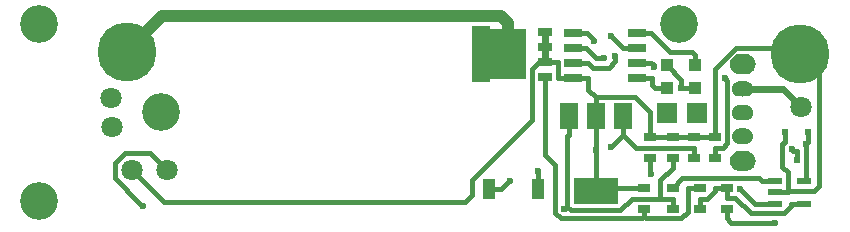
<source format=gbr>
G04 #@! TF.GenerationSoftware,KiCad,Pcbnew,5.1.0-unknown-9e240db~82~ubuntu18.04.1*
G04 #@! TF.CreationDate,2019-04-04T23:04:56+02:00*
G04 #@! TF.ProjectId,Voltrove MIC1557 PWM,566f6c74-726f-4766-9520-4d4943313535,rev?*
G04 #@! TF.SameCoordinates,Original*
G04 #@! TF.FileFunction,Copper,L2,Bot*
G04 #@! TF.FilePolarity,Positive*
%FSLAX46Y46*%
G04 Gerber Fmt 4.6, Leading zero omitted, Abs format (unit mm)*
G04 Created by KiCad (PCBNEW 5.1.0-unknown-9e240db~82~ubuntu18.04.1) date 2019-04-04 23:04:56*
%MOMM*%
%LPD*%
G04 APERTURE LIST*
%ADD10C,0.100000*%
%ADD11R,1.800000X1.800000*%
%ADD12C,1.300000*%
%ADD13C,1.700000*%
%ADD14C,3.200000*%
%ADD15R,1.000000X0.670000*%
%ADD16R,1.000000X1.000000*%
%ADD17R,1.120000X1.720000*%
%ADD18R,1.525000X0.650000*%
%ADD19R,1.500000X2.200000*%
%ADD20R,3.800000X2.200000*%
%ADD21C,5.000000*%
%ADD22R,0.620000X0.575000*%
%ADD23R,1.150000X0.700000*%
%ADD24R,3.100000X4.200000*%
%ADD25R,1.500000X4.700000*%
%ADD26R,1.200000X0.600000*%
%ADD27C,1.800000*%
%ADD28C,0.600000*%
%ADD29C,0.400000*%
%ADD30C,0.600000*%
%ADD31C,1.000000*%
G04 APERTURE END LIST*
D10*
G36*
X176980000Y-98789000D02*
G01*
X177082000Y-98781000D01*
X177181000Y-98757000D01*
X177275000Y-98718000D01*
X177361000Y-98665000D01*
X177439000Y-98599000D01*
X177505000Y-98521000D01*
X177558000Y-98435000D01*
X177597000Y-98341000D01*
X177621000Y-98242000D01*
X177629000Y-98140000D01*
X177621000Y-98038000D01*
X177597000Y-97939000D01*
X177558000Y-97845000D01*
X177505000Y-97759000D01*
X177439000Y-97681000D01*
X177361000Y-97615000D01*
X177275000Y-97562000D01*
X177181000Y-97523000D01*
X177082000Y-97499000D01*
X176980000Y-97491000D01*
X176480000Y-97491000D01*
X176378000Y-97499000D01*
X176279000Y-97523000D01*
X176185000Y-97562000D01*
X176099000Y-97615000D01*
X176021000Y-97681000D01*
X175955000Y-97759000D01*
X175902000Y-97845000D01*
X175863000Y-97939000D01*
X175839000Y-98038000D01*
X175831000Y-98140000D01*
X175839000Y-98242000D01*
X175863000Y-98341000D01*
X175902000Y-98435000D01*
X175955000Y-98521000D01*
X176021000Y-98599000D01*
X176099000Y-98665000D01*
X176185000Y-98718000D01*
X176279000Y-98757000D01*
X176378000Y-98781000D01*
X176480000Y-98789000D01*
X176980000Y-98789000D01*
G37*
G36*
X176980000Y-100789000D02*
G01*
X177082000Y-100781000D01*
X177181000Y-100757000D01*
X177275000Y-100718000D01*
X177361000Y-100665000D01*
X177439000Y-100599000D01*
X177505000Y-100521000D01*
X177558000Y-100435000D01*
X177597000Y-100341000D01*
X177621000Y-100242000D01*
X177629000Y-100140000D01*
X177621000Y-100038000D01*
X177597000Y-99939000D01*
X177558000Y-99845000D01*
X177505000Y-99759000D01*
X177439000Y-99681000D01*
X177361000Y-99615000D01*
X177275000Y-99562000D01*
X177181000Y-99523000D01*
X177082000Y-99499000D01*
X176980000Y-99491000D01*
X176480000Y-99491000D01*
X176378000Y-99499000D01*
X176279000Y-99523000D01*
X176185000Y-99562000D01*
X176099000Y-99615000D01*
X176021000Y-99681000D01*
X175955000Y-99759000D01*
X175902000Y-99845000D01*
X175863000Y-99939000D01*
X175839000Y-100038000D01*
X175831000Y-100140000D01*
X175839000Y-100242000D01*
X175863000Y-100341000D01*
X175902000Y-100435000D01*
X175955000Y-100521000D01*
X176021000Y-100599000D01*
X176099000Y-100665000D01*
X176185000Y-100718000D01*
X176279000Y-100757000D01*
X176378000Y-100781000D01*
X176480000Y-100789000D01*
X176980000Y-100789000D01*
G37*
G36*
X176980000Y-102789000D02*
G01*
X177082000Y-102781000D01*
X177181000Y-102757000D01*
X177275000Y-102718000D01*
X177361000Y-102665000D01*
X177439000Y-102599000D01*
X177505000Y-102521000D01*
X177558000Y-102435000D01*
X177597000Y-102341000D01*
X177621000Y-102242000D01*
X177629000Y-102140000D01*
X177621000Y-102038000D01*
X177597000Y-101939000D01*
X177558000Y-101845000D01*
X177505000Y-101759000D01*
X177439000Y-101681000D01*
X177361000Y-101615000D01*
X177275000Y-101562000D01*
X177181000Y-101523000D01*
X177082000Y-101499000D01*
X176980000Y-101491000D01*
X176480000Y-101491000D01*
X176378000Y-101499000D01*
X176279000Y-101523000D01*
X176185000Y-101562000D01*
X176099000Y-101615000D01*
X176021000Y-101681000D01*
X175955000Y-101759000D01*
X175902000Y-101845000D01*
X175863000Y-101939000D01*
X175839000Y-102038000D01*
X175831000Y-102140000D01*
X175839000Y-102242000D01*
X175863000Y-102341000D01*
X175902000Y-102435000D01*
X175955000Y-102521000D01*
X176021000Y-102599000D01*
X176099000Y-102665000D01*
X176185000Y-102718000D01*
X176279000Y-102757000D01*
X176378000Y-102781000D01*
X176480000Y-102789000D01*
X176980000Y-102789000D01*
G37*
G36*
X176980000Y-96889000D02*
G01*
X177113000Y-96879000D01*
X177242000Y-96847000D01*
X177365000Y-96796000D01*
X177479000Y-96727000D01*
X177580000Y-96640000D01*
X177667000Y-96539000D01*
X177736000Y-96425000D01*
X177787000Y-96302000D01*
X177819000Y-96173000D01*
X177829000Y-96040000D01*
X177819000Y-95907000D01*
X177787000Y-95778000D01*
X177736000Y-95655000D01*
X177667000Y-95541000D01*
X177580000Y-95440000D01*
X177479000Y-95353000D01*
X177365000Y-95284000D01*
X177242000Y-95233000D01*
X177113000Y-95201000D01*
X176980000Y-95191000D01*
X176480000Y-95191000D01*
X176347000Y-95201000D01*
X176218000Y-95233000D01*
X176095000Y-95284000D01*
X175981000Y-95353000D01*
X175880000Y-95440000D01*
X175793000Y-95541000D01*
X175724000Y-95655000D01*
X175673000Y-95778000D01*
X175641000Y-95907000D01*
X175631000Y-96040000D01*
X175641000Y-96173000D01*
X175673000Y-96302000D01*
X175724000Y-96425000D01*
X175793000Y-96539000D01*
X175880000Y-96640000D01*
X175981000Y-96727000D01*
X176095000Y-96796000D01*
X176218000Y-96847000D01*
X176347000Y-96879000D01*
X176480000Y-96889000D01*
X176980000Y-96889000D01*
G37*
G36*
X176980000Y-105089000D02*
G01*
X177113000Y-105079000D01*
X177242000Y-105047000D01*
X177365000Y-104996000D01*
X177479000Y-104927000D01*
X177580000Y-104840000D01*
X177667000Y-104739000D01*
X177736000Y-104625000D01*
X177787000Y-104502000D01*
X177819000Y-104373000D01*
X177829000Y-104240000D01*
X177819000Y-104107000D01*
X177787000Y-103978000D01*
X177736000Y-103855000D01*
X177667000Y-103741000D01*
X177580000Y-103640000D01*
X177479000Y-103553000D01*
X177365000Y-103484000D01*
X177242000Y-103433000D01*
X177113000Y-103401000D01*
X176980000Y-103391000D01*
X176480000Y-103391000D01*
X176347000Y-103401000D01*
X176218000Y-103433000D01*
X176095000Y-103484000D01*
X175981000Y-103553000D01*
X175880000Y-103640000D01*
X175793000Y-103741000D01*
X175724000Y-103855000D01*
X175673000Y-103978000D01*
X175641000Y-104107000D01*
X175631000Y-104240000D01*
X175641000Y-104373000D01*
X175673000Y-104502000D01*
X175724000Y-104625000D01*
X175793000Y-104739000D01*
X175880000Y-104840000D01*
X175981000Y-104927000D01*
X176095000Y-104996000D01*
X176218000Y-105047000D01*
X176347000Y-105079000D01*
X176480000Y-105089000D01*
X176980000Y-105089000D01*
G37*
D11*
X170340000Y-100144000D03*
X172880000Y-100144000D03*
D12*
X176730000Y-98140000D03*
X176730000Y-100140000D03*
X176730000Y-102140000D03*
D13*
X176730000Y-96040000D03*
X176730000Y-104240000D03*
D14*
X127515000Y-100115000D03*
X171309000Y-92643600D03*
X117169000Y-107644000D03*
X117169000Y-92643600D03*
D15*
X168900000Y-103975000D03*
X168900000Y-102225000D03*
X170800000Y-103975000D03*
X170800000Y-102225000D03*
X172600000Y-102225000D03*
X172600000Y-103975000D03*
X174400000Y-102225000D03*
X174400000Y-103975000D03*
D16*
X170300000Y-98050000D03*
X170300000Y-96150000D03*
X172700000Y-96150000D03*
X172700000Y-98050000D03*
D17*
X155225000Y-106600000D03*
X159375000Y-106600000D03*
D18*
X167812000Y-93395000D03*
X167812000Y-94665000D03*
X167812000Y-95935000D03*
X167812000Y-97205000D03*
X162388000Y-97205000D03*
X162388000Y-95935000D03*
X162388000Y-94665000D03*
X162388000Y-93395000D03*
D19*
X166600000Y-100450000D03*
X164300000Y-100450000D03*
X162000000Y-100450000D03*
D20*
X164300000Y-106750000D03*
D21*
X181600000Y-95200000D03*
X124600000Y-95000000D03*
D22*
X180350000Y-101812000D03*
X182250000Y-101812000D03*
X181300000Y-104188000D03*
D23*
X160025000Y-93295000D03*
X160025000Y-94565000D03*
X160025000Y-95835000D03*
X160025000Y-97105000D03*
D24*
X156850000Y-95200000D03*
D25*
X154550000Y-95200000D03*
D15*
X168400000Y-108275000D03*
X168400000Y-106525000D03*
X170800000Y-106525000D03*
X170800000Y-108275000D03*
X173100000Y-108275000D03*
X173100000Y-106525000D03*
X175400000Y-106525000D03*
X175400000Y-108275000D03*
D26*
X179450000Y-107850000D03*
X179450000Y-106900000D03*
X179450000Y-105950000D03*
X181950000Y-105950000D03*
X181950000Y-107850000D03*
D27*
X181700000Y-99700000D03*
X123300000Y-101400000D03*
X123280000Y-98910000D03*
X125000000Y-105000000D03*
X128000000Y-105000000D03*
D28*
X165034600Y-95500900D03*
X171500000Y-98079400D03*
X176531500Y-106639200D03*
X168968400Y-105317100D03*
X164300000Y-103301500D03*
X165597800Y-93632200D03*
X182110400Y-102851000D03*
X161643800Y-108298300D03*
X125934306Y-108065692D03*
X180905500Y-103272400D03*
X159375000Y-105081200D03*
X165585000Y-103029500D03*
X164129091Y-94119291D03*
X179481400Y-109492200D03*
X165960300Y-95349700D03*
X157040500Y-105915300D03*
X169187300Y-96333800D03*
X175223000Y-97258000D03*
D29*
X165034600Y-95500900D02*
X164326696Y-95500900D01*
X164326696Y-95500900D02*
X163490796Y-94665000D01*
X163490796Y-94665000D02*
X162388000Y-94665000D01*
X179450000Y-107850000D02*
X177742300Y-107850000D01*
X177742300Y-107850000D02*
X176531500Y-106639200D01*
X171500000Y-98079400D02*
X171500000Y-97350000D01*
X171500000Y-97350000D02*
X170300000Y-96150000D01*
X171500000Y-98079400D02*
X171670300Y-98079400D01*
X171670300Y-98079400D02*
X171699700Y-98050000D01*
X172700000Y-98050000D02*
X171699700Y-98050000D01*
X168900000Y-103975000D02*
X168900000Y-105248700D01*
X168900000Y-105248700D02*
X168968400Y-105317100D01*
X170800000Y-102225000D02*
X169799700Y-102225000D01*
X164300000Y-98849700D02*
X167649200Y-98849700D01*
X167649200Y-98849700D02*
X168900000Y-100100500D01*
X168900000Y-100100500D02*
X168900000Y-102225000D01*
X164300000Y-100450000D02*
X164300000Y-103301500D01*
X164300000Y-106525000D02*
X164300000Y-103301500D01*
X159487400Y-95835000D02*
X158900400Y-96422000D01*
X158900400Y-96422000D02*
X158900400Y-100774200D01*
X158900400Y-100774200D02*
X153831500Y-105843100D01*
X153831500Y-105843100D02*
X153831500Y-107101300D01*
X153831500Y-107101300D02*
X153208900Y-107723900D01*
X153208900Y-107723900D02*
X127723900Y-107723900D01*
X127723900Y-107723900D02*
X125000000Y-105000000D01*
X180550300Y-106751400D02*
X180550300Y-105203500D01*
X180550300Y-105203500D02*
X180105200Y-104758400D01*
X180105200Y-104758400D02*
X180105200Y-102844600D01*
X180105200Y-102844600D02*
X180350000Y-102599800D01*
X164300000Y-106525000D02*
X164300000Y-106750000D01*
X164300000Y-106525000D02*
X167399700Y-106525000D01*
X168400000Y-106525000D02*
X167399700Y-106525000D01*
X160025000Y-95835000D02*
X159487400Y-95835000D01*
X164300000Y-99024800D02*
X164300000Y-98849700D01*
X164300000Y-100450000D02*
X164300000Y-99024800D01*
X162388000Y-97205000D02*
X161125200Y-97205000D01*
X160025000Y-95835000D02*
X161100300Y-95835000D01*
X161100300Y-95835000D02*
X161100300Y-97180100D01*
X161100300Y-97180100D02*
X161125200Y-97205000D01*
X180550300Y-106751400D02*
X180550300Y-106900000D01*
X180550300Y-106751400D02*
X182786900Y-106751400D01*
X182786900Y-106751400D02*
X183184400Y-106353900D01*
X183184400Y-106353900D02*
X183184400Y-96784400D01*
X183184400Y-96784400D02*
X181600000Y-95200000D01*
X179450000Y-106900000D02*
X180550300Y-106900000D01*
X174400000Y-102225000D02*
X173600300Y-102225000D01*
X172600000Y-102225000D02*
X173600300Y-102225000D01*
X181062500Y-94662500D02*
X181600000Y-95200000D01*
X172600000Y-102225000D02*
X170800000Y-102225000D01*
X162388000Y-97205000D02*
X163650800Y-97205000D01*
X163650800Y-97205000D02*
X163650800Y-98200500D01*
X163650800Y-98200500D02*
X164300000Y-98849700D01*
X180350000Y-101812000D02*
X180350000Y-102599800D01*
X160025000Y-93295000D02*
X159705000Y-93295000D01*
D30*
X160025000Y-93295000D02*
X160025000Y-95835000D01*
D29*
X168900000Y-102225000D02*
X169799700Y-102225000D01*
X176197700Y-94662500D02*
X181062500Y-94662500D01*
X174400000Y-102225000D02*
X174400000Y-96460200D01*
X174400000Y-96460200D02*
X176197700Y-94662500D01*
X166630600Y-94665000D02*
X165597800Y-93632200D01*
X167812000Y-94665000D02*
X166630600Y-94665000D01*
D31*
X156850000Y-95200000D02*
X156850000Y-92599700D01*
X156850000Y-92599700D02*
X156586500Y-92336200D01*
X127263800Y-92336200D02*
X124600000Y-95000000D01*
X127600000Y-92000000D02*
X127263800Y-92336200D01*
X156586500Y-92336200D02*
X156250300Y-92000000D01*
X156250300Y-92000000D02*
X127600000Y-92000000D01*
D29*
X168400000Y-108935100D02*
X168577600Y-109112700D01*
X168577600Y-109112700D02*
X171520000Y-109112700D01*
X171520000Y-109112700D02*
X172099700Y-108533000D01*
X172099700Y-108533000D02*
X172099700Y-106525000D01*
X173100000Y-106525000D02*
X172099700Y-106525000D01*
X160025000Y-97105000D02*
X160025000Y-103769300D01*
X160025000Y-103769300D02*
X160843500Y-104587800D01*
X160843500Y-104587800D02*
X160843500Y-108629700D01*
X160843500Y-108629700D02*
X161324000Y-109110200D01*
X161324000Y-109110200D02*
X168224900Y-109110200D01*
X168224900Y-109110200D02*
X168400000Y-108935100D01*
X168400000Y-108275000D02*
X168400000Y-108935100D01*
D30*
X181700000Y-99700000D02*
X180140000Y-98140000D01*
X180140000Y-98140000D02*
X176730000Y-98140000D01*
D29*
X182250000Y-101812000D02*
X182250000Y-102599800D01*
X182110400Y-102851000D02*
X182110400Y-105789600D01*
X182110400Y-105789600D02*
X181950000Y-105950000D01*
X182250000Y-102599800D02*
X182110400Y-102739400D01*
X182110400Y-102739400D02*
X182110400Y-102851000D01*
X169768800Y-107439700D02*
X169768800Y-105841500D01*
X169768800Y-105841500D02*
X170800000Y-104810300D01*
X161889900Y-108128500D02*
X161889900Y-102160400D01*
X161889900Y-102160400D02*
X162000000Y-102050300D01*
X169768800Y-107439700D02*
X167360500Y-107439700D01*
X167360500Y-107439700D02*
X166390400Y-108409800D01*
X166390400Y-108409800D02*
X162171200Y-108409800D01*
X162171200Y-108409800D02*
X161889900Y-108128500D01*
X161643800Y-108298300D02*
X161720100Y-108298300D01*
X161720100Y-108298300D02*
X161889900Y-108128500D01*
X169768800Y-107439700D02*
X170800000Y-107439700D01*
X170800000Y-103975000D02*
X170800000Y-104810300D01*
X170800000Y-108275000D02*
X170800000Y-107439700D01*
X162000000Y-100450000D02*
X162000000Y-102050300D01*
X125634307Y-107765693D02*
X125934306Y-108065692D01*
X128000000Y-105000000D02*
X126570000Y-103570000D01*
X123577000Y-104398200D02*
X123577000Y-105708386D01*
X124405200Y-103570000D02*
X123577000Y-104398200D01*
X123577000Y-105708386D02*
X125634307Y-107765693D01*
X126570000Y-103570000D02*
X124405200Y-103570000D01*
X181300000Y-103400200D02*
X181033300Y-103400200D01*
X181033300Y-103400200D02*
X180905500Y-103272400D01*
X181300000Y-104188000D02*
X181300000Y-103400200D01*
X179450000Y-105950000D02*
X178349700Y-105950000D01*
X178349700Y-105950000D02*
X178089300Y-105689600D01*
X178089300Y-105689600D02*
X171635400Y-105689600D01*
X171635400Y-105689600D02*
X170800000Y-106525000D01*
X159375000Y-106600000D02*
X159375000Y-105081200D01*
X165585000Y-103029500D02*
X165620800Y-103029500D01*
X165620800Y-103029500D02*
X166600000Y-102050300D01*
X172600000Y-103975000D02*
X172600000Y-103139700D01*
X166600000Y-100450000D02*
X166600000Y-102050300D01*
X166600000Y-102050300D02*
X167689400Y-103139700D01*
X167689400Y-103139700D02*
X172600000Y-103139700D01*
X164129091Y-93973591D02*
X164129091Y-94119291D01*
X163550500Y-93395000D02*
X164129091Y-93973591D01*
X162388000Y-93395000D02*
X163550500Y-93395000D01*
X167812000Y-97205000D02*
X169074800Y-97205000D01*
X170300000Y-98050000D02*
X169299700Y-98050000D01*
X169074800Y-97205000D02*
X169074800Y-97825100D01*
X169074800Y-97825100D02*
X169299700Y-98050000D01*
X172700000Y-96150000D02*
X172700000Y-95250000D01*
X172700000Y-95250000D02*
X172450000Y-95000000D01*
X168974500Y-93395000D02*
X167812000Y-93395000D01*
X170579500Y-95000000D02*
X168974500Y-93395000D01*
X172450000Y-95000000D02*
X170579500Y-95000000D01*
X162388000Y-95935000D02*
X163650800Y-95935000D01*
X163650800Y-95935000D02*
X164063000Y-96347200D01*
X164063000Y-96347200D02*
X165406200Y-96347200D01*
X165406200Y-96347200D02*
X165960300Y-95793100D01*
X165960300Y-95793100D02*
X165960300Y-95349700D01*
X175400000Y-108275000D02*
X175400000Y-109110300D01*
X179481400Y-109492200D02*
X175781900Y-109492200D01*
X175781900Y-109492200D02*
X175400000Y-109110300D01*
X155225000Y-106600000D02*
X156285300Y-106600000D01*
X157040500Y-105915300D02*
X156970000Y-105915300D01*
X156970000Y-105915300D02*
X156285300Y-106600000D01*
X167812000Y-95935000D02*
X168974500Y-95935000D01*
X169187300Y-96147800D02*
X169187300Y-96333800D01*
X168974500Y-95935000D02*
X169187300Y-96147800D01*
X174400000Y-103139700D02*
X175039500Y-103139700D01*
X174400000Y-103975000D02*
X174400000Y-103139700D01*
X175039500Y-103139700D02*
X175436100Y-102743100D01*
X175436100Y-102743100D02*
X175436100Y-97471100D01*
X175436100Y-97471100D02*
X175223000Y-97258000D01*
X173100000Y-108275000D02*
X173100000Y-107439700D01*
X175400000Y-106525000D02*
X174399700Y-106525000D01*
X174399700Y-106525000D02*
X174399700Y-106778300D01*
X174399700Y-106778300D02*
X173738300Y-107439700D01*
X173738300Y-107439700D02*
X173100000Y-107439700D01*
X176120700Y-107360300D02*
X175400000Y-107360300D01*
X180274500Y-108650400D02*
X177410800Y-108650400D01*
X180849700Y-107850000D02*
X180849700Y-108075200D01*
X177410800Y-108650400D02*
X176120700Y-107360300D01*
X180849700Y-108075200D02*
X180274500Y-108650400D01*
X181950000Y-107850000D02*
X180849700Y-107850000D01*
X175400000Y-106525000D02*
X175400000Y-107360300D01*
M02*

</source>
